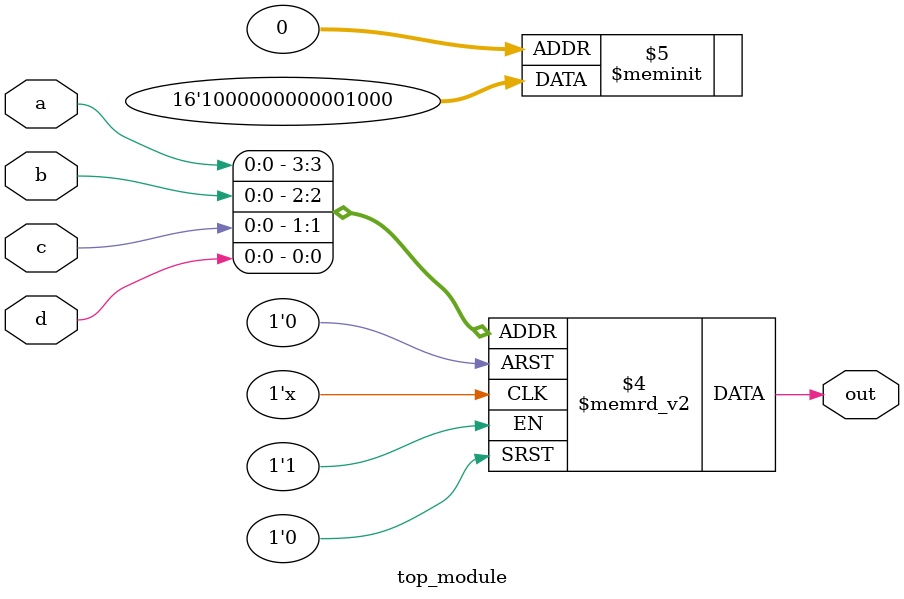
<source format=sv>
module top_module (
	input a, 
	input b,
	input c,
	input d,
	output reg out
);

	always @(*) begin
		case ({a, b, c, d})
			4'b0000: out = 1'b0;
			4'b0001: out = 1'b0;
			4'b0010: out = 1'b0;
			4'b0011: out = 1'b1; // Updated the output value
			4'b0100: out = 1'b0;
			4'b0101: out = 1'b0;
			4'b0110: out = 1'b0;
			4'b0111: out = 1'b0;
			4'b1000: out = 1'b0;
			4'b1001: out = 1'b0;
			4'b1010: out = 1'b0;
			4'b1011: out = 1'b0;
			4'b1100: out = 1'b0;
			4'b1101: out = 1'b0;
			4'b1110: out = 1'b0;
			4'b1111: out = 1'b1; // Updated the output value
		endcase
	end
endmodule

</source>
